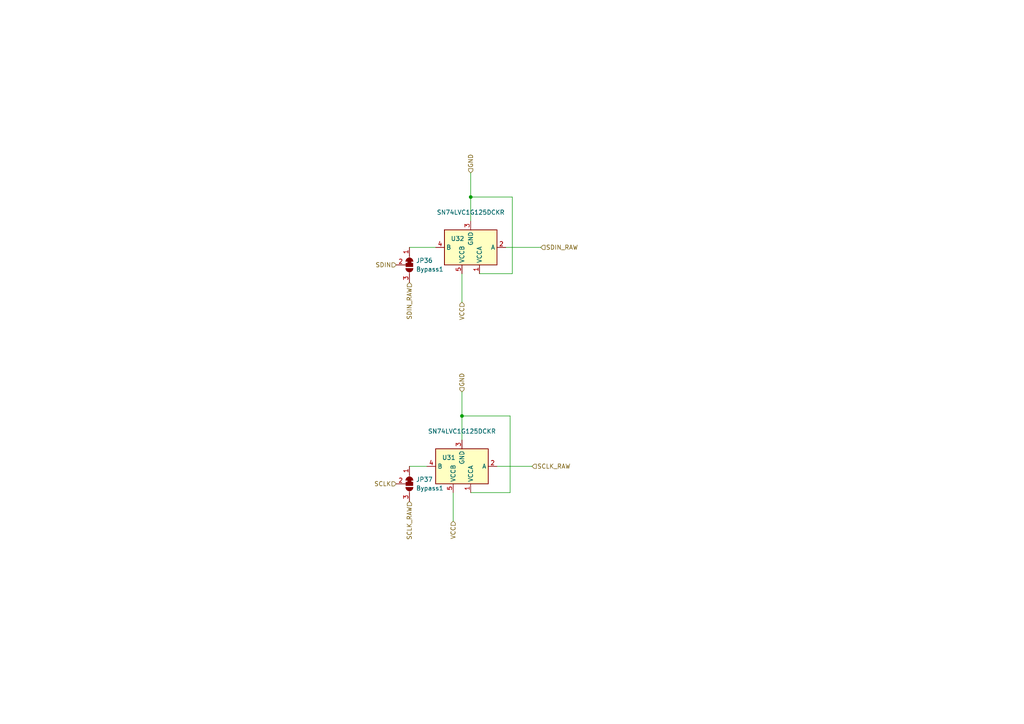
<source format=kicad_sch>
(kicad_sch (version 20211123) (generator eeschema)
  (paper "A4")
  (lib_symbols
    (symbol "Jumper:SolderJumper_3_Bridged12" (pin_names (offset 0) hide)
      (property "Reference" "JP" (at -2.54 -2.54 0))
      (property "Value" "SolderJumper_3_Bridged12" (at 0 2.794 0))
      (symbol "SolderJumper_3_Bridged12_0_1"
        (rectangle (start -1.016 0.508) (end -0.508 -0.508) (fill (type outline)))
        (arc (start -1.016 1.016) (mid -2.032 0) (end -1.016 -1.016))
        (arc (start -1.016 1.016) (mid -2.032 0) (end -1.016 -1.016) (fill (type outline)))
        (rectangle (start -0.508 1.016) (end 0.508 -1.016) (fill (type outline)))
        (polyline (pts (xy -2.54 0) (xy -2.032 0)))
        (polyline (pts (xy -1.016 1.016) (xy -1.016 -1.016)))
        (polyline (pts (xy 0 -1.27) (xy 0 -1.016)))
        (polyline (pts (xy 1.016 1.016) (xy 1.016 -1.016)))
        (polyline (pts (xy 2.54 0) (xy 2.032 0)))
        (arc (start 1.016 -1.016) (mid 2.032 0) (end 1.016 1.016))
        (arc (start 1.016 -1.016) (mid 2.032 0) (end 1.016 1.016) (fill (type outline)))
      )
      (symbol "SolderJumper_3_Bridged12_1_1"
        (pin passive line (at -5.08 0 0) (length 2.54) (name "A") (number "1"))
        (pin passive line (at 0 -3.81 90) (length 2.54) (name "C") (number "2"))
        (pin passive line (at 5.08 0 180) (length 2.54) (name "B") (number "3"))
      )
    )
    (symbol "Logic_LevelTranslator:SN74AUP1T34DCK"
      (property "Reference" "U" (at -6.35 6.35 0))
      (property "Value" "SN74AUP1T34DCK" (at 11.43 6.35 0))
      (symbol "SN74AUP1T34DCK_0_1"
        (rectangle (start -7.62 -5.08) (end 7.62 5.08) (stroke (width 0.254)) (fill (type background)))
        (pin power_in line (at -2.54 7.62 270) (length 2.54) (name "VCCA") (number "1"))
        (pin input line (at -10.16 0 0) (length 2.54) (name "A") (number "2"))
        (pin power_in line (at 0 -7.62 90) (length 2.54) (name "GND") (number "3"))
        (pin output line (at 10.16 0 180) (length 2.54) (name "B") (number "4"))
        (pin power_in line (at 2.54 7.62 270) (length 2.54) (name "VCCB") (number "5"))
      )
    )
  )
  (junction (at 136.525 57.15))
  (junction (at 133.985 120.65))
  (wire (pts (xy 139.065 79.375) (xy 148.59 79.375)))
  (wire (pts (xy 148.59 57.15) (xy 136.525 57.15)))
  (wire (pts (xy 136.525 57.15) (xy 136.525 64.135)))
  (wire (pts (xy 118.745 135.255) (xy 123.825 135.255)))
  (wire (pts (xy 147.955 142.875) (xy 147.955 120.65)))
  (wire (pts (xy 148.59 79.375) (xy 148.59 57.15)))
  (wire (pts (xy 136.525 50.165) (xy 136.525 57.15)))
  (wire (pts (xy 118.745 71.755) (xy 126.365 71.755)))
  (wire (pts (xy 133.985 79.375) (xy 133.985 87.63)))
  (wire (pts (xy 133.985 120.65) (xy 133.985 127.635)))
  (wire (pts (xy 144.145 135.255) (xy 154.305 135.255)))
  (wire (pts (xy 133.985 113.665) (xy 133.985 120.65)))
  (wire (pts (xy 147.955 120.65) (xy 133.985 120.65)))
  (wire (pts (xy 146.685 71.755) (xy 156.845 71.755)))
  (wire (pts (xy 131.445 142.875) (xy 131.445 151.13)))
  (wire (pts (xy 136.525 142.875) (xy 147.955 142.875)))
  (hierarchical_label "SDIN_RAW" (shape input) (at 118.745 81.915 270))
  (hierarchical_label "VCC" (shape input) (at 131.445 151.13 270))
  (hierarchical_label "SCLK" (shape input) (at 114.935 140.335 180))
  (hierarchical_label "SDIN" (shape input) (at 114.935 76.835 180))
  (hierarchical_label "GND" (shape input) (at 136.525 50.165 90))
  (hierarchical_label "VCC" (shape input) (at 133.985 87.63 270))
  (hierarchical_label "SCLK_RAW" (shape input) (at 154.305 135.255 0))
  (hierarchical_label "GND" (shape input) (at 133.985 113.665 90))
  (hierarchical_label "SCLK_RAW" (shape input) (at 118.745 145.415 270))
  (hierarchical_label "SDIN_RAW" (shape input) (at 156.845 71.755 0))
  (symbol (lib_id "Logic_LevelTranslator:SN74AUP1T34DCK") (at 136.525 71.755 180) (unit 1)
    (property "Reference" "U32" (at 132.715 69.215 0))
    (property "Value" "SN74LVC1G125DCKR" (at 136.525 61.595 0))
    (property "Footprint" "Package_TO_SOT_SMD:SOT-353_SC-70-5" (effects hide))
    (property "Datasheet" "https://datasheet.lcsc.com/lcsc/1811012330_Texas-Instruments-SN74LVC1G125DCKR_C7833.pdf" (effects hide))
    (property "LCSC" "C7833" (effects hide))
    (property "MPN" "SN74LVC1G125DCKR" (effects hide))
  )
  (symbol (lib_id "Jumper:SolderJumper_3_Bridged12") (at 118.745 76.835 270) (unit 1)
    (property "Reference" "JP36" (at 120.65 75.5649 90) (effects (justify left)))
    (property "Value" "Bypass1" (at 120.65 78.1049 90) (effects (justify left)))
    (property "Footprint" "Jumper:SolderJumper-3_P1.3mm_Bridged12_RoundedPad1.0x1.5mm" (effects hide))
  )
  (symbol (lib_id "Jumper:SolderJumper_3_Bridged12") (at 118.745 140.335 270) (unit 1)
    (property "Reference" "JP37" (at 120.65 139.0649 90) (effects (justify left)))
    (property "Value" "Bypass1" (at 120.65 141.6049 90) (effects (justify left)))
    (property "Footprint" "Jumper:SolderJumper-3_P1.3mm_Bridged12_RoundedPad1.0x1.5mm" (effects hide))
  )
  (symbol (lib_id "Logic_LevelTranslator:SN74AUP1T34DCK") (at 133.985 135.255 180) (unit 1)
    (property "Reference" "U31" (at 130.175 132.715 0))
    (property "Value" "SN74LVC1G125DCKR" (at 133.985 125.095 0))
    (property "Footprint" "Package_TO_SOT_SMD:SOT-353_SC-70-5" (effects hide))
    (property "Datasheet" "https://datasheet.lcsc.com/lcsc/1811012330_Texas-Instruments-SN74LVC1G125DCKR_C7833.pdf" (effects hide))
    (property "LCSC" "C7833" (effects hide))
    (property "MPN" "SN74LVC1G125DCKR" (effects hide))
  )
)
</source>
